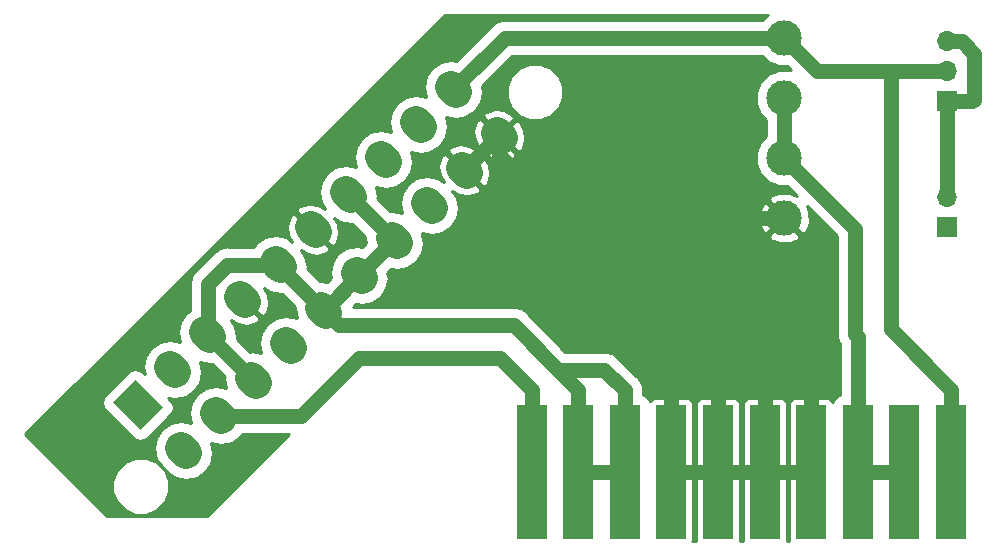
<source format=gbr>
G04 #@! TF.GenerationSoftware,KiCad,Pcbnew,5.0.0-fee4fd1~65~ubuntu17.10.1*
G04 #@! TF.CreationDate,2018-09-05T20:01:48-07:00*
G04 #@! TF.ProjectId,ATX2PCjr,4154583250436A722E6B696361645F70,rev?*
G04 #@! TF.SameCoordinates,Original*
G04 #@! TF.FileFunction,Copper,L1,Top,Signal*
G04 #@! TF.FilePolarity,Positive*
%FSLAX46Y46*%
G04 Gerber Fmt 4.6, Leading zero omitted, Abs format (unit mm)*
G04 Created by KiCad (PCBNEW 5.0.0-fee4fd1~65~ubuntu17.10.1) date Wed Sep  5 20:01:48 2018*
%MOMM*%
%LPD*%
G01*
G04 APERTURE LIST*
G04 #@! TA.AperFunction,ComponentPad*
%ADD10C,3.000000*%
G04 #@! TD*
G04 #@! TA.AperFunction,ComponentPad*
%ADD11C,2.700000*%
G04 #@! TD*
G04 #@! TA.AperFunction,Conductor*
%ADD12C,0.100000*%
G04 #@! TD*
G04 #@! TA.AperFunction,Conductor*
%ADD13C,2.700000*%
G04 #@! TD*
G04 #@! TA.AperFunction,SMDPad,CuDef*
%ADD14R,2.500000X11.320000*%
G04 #@! TD*
G04 #@! TA.AperFunction,ComponentPad*
%ADD15R,1.700000X1.700000*%
G04 #@! TD*
G04 #@! TA.AperFunction,ComponentPad*
%ADD16O,1.700000X1.700000*%
G04 #@! TD*
G04 #@! TA.AperFunction,ViaPad*
%ADD17C,1.016000*%
G04 #@! TD*
G04 #@! TA.AperFunction,Conductor*
%ADD18C,1.270000*%
G04 #@! TD*
G04 #@! TA.AperFunction,Conductor*
%ADD19C,0.254000*%
G04 #@! TD*
G04 APERTURE END LIST*
D10*
G04 #@! TO.P,J5,4*
G04 #@! TO.N,/+12V*
X130000000Y-52920000D03*
G04 #@! TO.P,J5,3*
G04 #@! TO.N,/GND*
X130000000Y-58000000D03*
G04 #@! TO.P,J5,2*
X130000000Y-63080000D03*
G04 #@! TO.P,J5,1*
G04 #@! TO.N,/+5V*
X130000000Y-68160000D03*
G04 #@! TD*
D11*
G04 #@! TO.P,J1,1*
G04 #@! TO.N,Net-(J1-Pad1)*
X75261670Y-83990307D03*
D12*
G04 #@! TD*
G04 #@! TO.N,Net-(J1-Pad1)*
G04 #@! TO.C,J1*
G36*
X75473802Y-86111627D02*
X73140350Y-83778175D01*
X75049538Y-81868987D01*
X77382990Y-84202439D01*
X75473802Y-86111627D01*
X75473802Y-86111627D01*
G37*
D11*
G04 #@! TO.P,J1,2*
G04 #@! TO.N,Net-(J1-Pad2)*
X78231518Y-81020459D03*
D13*
G04 #@! TD*
G04 #@! TO.N,Net-(J1-Pad2)*
G04 #@! TO.C,J1*
X78019386Y-80808327D02*
X78443650Y-81232591D01*
D11*
G04 #@! TO.P,J1,3*
G04 #@! TO.N,/GND*
X81201367Y-78050610D03*
D13*
G04 #@! TD*
G04 #@! TO.N,/GND*
G04 #@! TO.C,J1*
X80989235Y-77838478D02*
X81413499Y-78262742D01*
D11*
G04 #@! TO.P,J1,4*
G04 #@! TO.N,/+5V*
X84171215Y-75080762D03*
D13*
G04 #@! TD*
G04 #@! TO.N,/+5V*
G04 #@! TO.C,J1*
X83959083Y-74868630D02*
X84383347Y-75292894D01*
D11*
G04 #@! TO.P,J1,5*
G04 #@! TO.N,/GND*
X87141064Y-72110913D03*
D13*
G04 #@! TD*
G04 #@! TO.N,/GND*
G04 #@! TO.C,J1*
X86928932Y-71898781D02*
X87353196Y-72323045D01*
D11*
G04 #@! TO.P,J1,6*
G04 #@! TO.N,/+5V*
X90110912Y-69141065D03*
D13*
G04 #@! TD*
G04 #@! TO.N,/+5V*
G04 #@! TO.C,J1*
X89898780Y-68928933D02*
X90323044Y-69353197D01*
D11*
G04 #@! TO.P,J1,7*
G04 #@! TO.N,/GND*
X93080761Y-66171216D03*
D13*
G04 #@! TD*
G04 #@! TO.N,/GND*
G04 #@! TO.C,J1*
X92868629Y-65959084D02*
X93292893Y-66383348D01*
D11*
G04 #@! TO.P,J1,8*
G04 #@! TO.N,Net-(J1-Pad8)*
X96050609Y-63201368D03*
D13*
G04 #@! TD*
G04 #@! TO.N,Net-(J1-Pad8)*
G04 #@! TO.C,J1*
X95838477Y-62989236D02*
X96262741Y-63413500D01*
D11*
G04 #@! TO.P,J1,9*
G04 #@! TO.N,Net-(J1-Pad9)*
X99020458Y-60231519D03*
D13*
G04 #@! TD*
G04 #@! TO.N,Net-(J1-Pad9)*
G04 #@! TO.C,J1*
X98808326Y-60019387D02*
X99232590Y-60443651D01*
D11*
G04 #@! TO.P,J1,10*
G04 #@! TO.N,/+12V*
X101990306Y-57261671D03*
D13*
G04 #@! TD*
G04 #@! TO.N,/+12V*
G04 #@! TO.C,J1*
X101778174Y-57049539D02*
X102202438Y-57473803D01*
D11*
G04 #@! TO.P,J1,11*
G04 #@! TO.N,Net-(J1-Pad11)*
X79150757Y-87879394D03*
D13*
G04 #@! TD*
G04 #@! TO.N,Net-(J1-Pad11)*
G04 #@! TO.C,J1*
X78938625Y-87667262D02*
X79362889Y-88091526D01*
D11*
G04 #@! TO.P,J1,12*
G04 #@! TO.N,/-12V*
X82120606Y-84909546D03*
D13*
G04 #@! TD*
G04 #@! TO.N,/-12V*
G04 #@! TO.C,J1*
X81908474Y-84697414D02*
X82332738Y-85121678D01*
D11*
G04 #@! TO.P,J1,13*
G04 #@! TO.N,/GND*
X85090454Y-81939697D03*
D13*
G04 #@! TD*
G04 #@! TO.N,/GND*
G04 #@! TO.C,J1*
X84878322Y-81727565D02*
X85302586Y-82151829D01*
D11*
G04 #@! TO.P,J1,14*
G04 #@! TO.N,/PS-ON*
X88060303Y-78969849D03*
D13*
G04 #@! TD*
G04 #@! TO.N,/PS-ON*
G04 #@! TO.C,J1*
X87848171Y-78757717D02*
X88272435Y-79181981D01*
D11*
G04 #@! TO.P,J1,15*
G04 #@! TO.N,/GND*
X91030151Y-76000000D03*
D13*
G04 #@! TD*
G04 #@! TO.N,/GND*
G04 #@! TO.C,J1*
X90818019Y-75787868D02*
X91242283Y-76212132D01*
D11*
G04 #@! TO.P,J1,16*
G04 #@! TO.N,/GND*
X94000000Y-73030152D03*
D13*
G04 #@! TD*
G04 #@! TO.N,/GND*
G04 #@! TO.C,J1*
X93787868Y-72818020D02*
X94212132Y-73242284D01*
D11*
G04 #@! TO.P,J1,17*
G04 #@! TO.N,/GND*
X96969848Y-70060303D03*
D13*
G04 #@! TD*
G04 #@! TO.N,/GND*
G04 #@! TO.C,J1*
X96757716Y-69848171D02*
X97181980Y-70272435D01*
D11*
G04 #@! TO.P,J1,18*
G04 #@! TO.N,Net-(J1-Pad18)*
X99939697Y-67090455D03*
D13*
G04 #@! TD*
G04 #@! TO.N,Net-(J1-Pad18)*
G04 #@! TO.C,J1*
X99727565Y-66878323D02*
X100151829Y-67302587D01*
D11*
G04 #@! TO.P,J1,19*
G04 #@! TO.N,/+5V*
X102909545Y-64120606D03*
D13*
G04 #@! TD*
G04 #@! TO.N,/+5V*
G04 #@! TO.C,J1*
X102697413Y-63908474D02*
X103121677Y-64332738D01*
D11*
G04 #@! TO.P,J1,20*
G04 #@! TO.N,/+5V*
X105879394Y-61150758D03*
D13*
G04 #@! TD*
G04 #@! TO.N,/+5V*
G04 #@! TO.C,J1*
X105667262Y-60938626D02*
X106091526Y-61362890D01*
D14*
G04 #@! TO.P,J2,1*
G04 #@! TO.N,/-12V*
X108630000Y-89660000D03*
G04 #@! TO.P,J2,2*
G04 #@! TO.N,/GND*
X112570000Y-89660000D03*
G04 #@! TO.P,J2,3*
X116510000Y-89660000D03*
G04 #@! TO.P,J2,4*
G04 #@! TO.N,/+5V*
X120380000Y-89660000D03*
G04 #@! TO.P,J2,5*
X124380000Y-89660000D03*
G04 #@! TO.P,J2,6*
X128350000Y-89660000D03*
G04 #@! TO.P,J2,7*
X132290000Y-89660000D03*
G04 #@! TO.P,J2,8*
G04 #@! TO.N,/GND*
X136240000Y-89660000D03*
G04 #@! TO.P,J2,9*
X140180000Y-89660000D03*
G04 #@! TO.P,J2,10*
G04 #@! TO.N,/+12V*
X144130000Y-89660000D03*
G04 #@! TD*
D15*
G04 #@! TO.P,J3,1*
G04 #@! TO.N,/PS-ON*
X143810000Y-68950000D03*
D16*
G04 #@! TO.P,J3,2*
G04 #@! TO.N,/GND*
X143810000Y-66410000D03*
G04 #@! TD*
D15*
G04 #@! TO.P,J4,1*
G04 #@! TO.N,/GND*
X143810000Y-58270000D03*
D16*
G04 #@! TO.P,J4,2*
G04 #@! TO.N,/+12V*
X143810000Y-55730000D03*
G04 #@! TO.P,J4,3*
G04 #@! TO.N,/GND*
X143810000Y-53190000D03*
G04 #@! TD*
D17*
G04 #@! TO.N,/GND*
X136000000Y-78000000D03*
X107077436Y-77237436D03*
G04 #@! TD*
D18*
G04 #@! TO.N,/GND*
X81201367Y-78050610D02*
X85090454Y-81939697D01*
X87141064Y-72110913D02*
X91030151Y-76000000D01*
X91030152Y-76000000D02*
X94000000Y-73030152D01*
X91030151Y-76000000D02*
X91030152Y-76000000D01*
X94000000Y-73030151D02*
X96969848Y-70060303D01*
X94000000Y-73030152D02*
X94000000Y-73030151D01*
X96969848Y-70060303D02*
X93080761Y-66171216D01*
X85500727Y-72110913D02*
X87141064Y-72110913D01*
X82831940Y-72110913D02*
X85500727Y-72110913D01*
X81201367Y-73741486D02*
X82831940Y-72110913D01*
X81201367Y-78050610D02*
X81201367Y-73741486D01*
X112570000Y-82730000D02*
X112570000Y-89660000D01*
X92267587Y-77237436D02*
X107077436Y-77237436D01*
X91030151Y-76000000D02*
X92267587Y-77237436D01*
X116510000Y-82730000D02*
X114780000Y-81000000D01*
X114780000Y-81000000D02*
X110840000Y-81000000D01*
X116510000Y-89660000D02*
X116510000Y-82730000D01*
X107077436Y-77237436D02*
X110840000Y-81000000D01*
X110840000Y-81000000D02*
X112570000Y-82730000D01*
X112570000Y-89660000D02*
X116510000Y-89660000D01*
X136240000Y-89660000D02*
X140180000Y-89660000D01*
X136240000Y-89660000D02*
X136240000Y-78240000D01*
X143810000Y-66410000D02*
X143810000Y-58270000D01*
X145012081Y-53190000D02*
X143810000Y-53190000D01*
X146057001Y-54234920D02*
X145012081Y-53190000D01*
X146057001Y-58142999D02*
X146057001Y-54234920D01*
X145930000Y-58270000D02*
X146057001Y-58142999D01*
X143810000Y-58270000D02*
X145930000Y-58270000D01*
X130000000Y-58000000D02*
X130000000Y-63080000D01*
X136000000Y-78000000D02*
X136240000Y-78240000D01*
X136000000Y-69080000D02*
X136000000Y-78000000D01*
X130000000Y-63080000D02*
X136000000Y-69080000D01*
G04 #@! TO.N,/+5V*
X102909546Y-64120606D02*
X105879394Y-61150758D01*
X102909545Y-64120606D02*
X102909546Y-64120606D01*
X120380000Y-82730000D02*
X120380000Y-89660000D01*
X105879394Y-61150758D02*
X105879394Y-62791095D01*
X120380000Y-89660000D02*
X124380000Y-89660000D01*
X124380000Y-89660000D02*
X128350000Y-89660000D01*
X128350000Y-89660000D02*
X132290000Y-89660000D01*
X111248299Y-68160000D02*
X110088299Y-67000000D01*
X130000000Y-68160000D02*
X111248299Y-68160000D01*
X105879394Y-62791095D02*
X110088299Y-67000000D01*
X110088299Y-67000000D02*
X120380000Y-77291701D01*
X120380000Y-80010000D02*
X123190000Y-80010000D01*
X120380000Y-80010000D02*
X120380000Y-82730000D01*
X120380000Y-77291701D02*
X120380000Y-80010000D01*
X124380000Y-81200000D02*
X124380000Y-89660000D01*
X123190000Y-80010000D02*
X124380000Y-81200000D01*
X123190000Y-80010000D02*
X128270000Y-80010000D01*
X128350000Y-80090000D02*
X128350000Y-89660000D01*
X128270000Y-80010000D02*
X128350000Y-80090000D01*
X128270000Y-80010000D02*
X132080000Y-80010000D01*
X132290000Y-80220000D02*
X132290000Y-89660000D01*
X132080000Y-80010000D02*
X132290000Y-80220000D01*
G04 #@! TO.N,/+12V*
X106331977Y-52920000D02*
X130000000Y-52920000D01*
X101990306Y-57261671D02*
X106331977Y-52920000D01*
X130000000Y-52920000D02*
X132810000Y-55730000D01*
X139000000Y-77600000D02*
X139000000Y-55730000D01*
X144130000Y-82730000D02*
X139000000Y-77600000D01*
X144130000Y-89660000D02*
X144130000Y-82730000D01*
X132810000Y-55730000D02*
X139000000Y-55730000D01*
X139000000Y-55730000D02*
X143810000Y-55730000D01*
G04 #@! TO.N,/-12V*
X82120606Y-84909546D02*
X89090454Y-84909546D01*
X89090454Y-84909546D02*
X94000000Y-80000000D01*
X108630000Y-82730000D02*
X108630000Y-89660000D01*
X105900000Y-80000000D02*
X108630000Y-82730000D01*
X94000000Y-80000000D02*
X105900000Y-80000000D01*
G04 #@! TD*
D19*
G04 #@! TO.N,/+5V*
G36*
X128646740Y-54945296D02*
X129524798Y-55309000D01*
X130233739Y-55309000D01*
X130578544Y-55653806D01*
X130475202Y-55611000D01*
X129524798Y-55611000D01*
X128646740Y-55974704D01*
X127974704Y-56646740D01*
X127611000Y-57524798D01*
X127611000Y-58475202D01*
X127974704Y-59353260D01*
X128476000Y-59854556D01*
X128476001Y-61225443D01*
X127974704Y-61726740D01*
X127611000Y-62604798D01*
X127611000Y-63555202D01*
X127974704Y-64433260D01*
X128646740Y-65105296D01*
X129524798Y-65469000D01*
X130233739Y-65469000D01*
X131038755Y-66274016D01*
X130383813Y-66017277D01*
X129534613Y-66033503D01*
X128825418Y-66327261D01*
X128665635Y-66646030D01*
X130000000Y-67980395D01*
X130014143Y-67966253D01*
X130193748Y-68145858D01*
X130179605Y-68160000D01*
X131513970Y-69494365D01*
X131832739Y-69334582D01*
X132142723Y-68543813D01*
X132126497Y-67694613D01*
X131891134Y-67126395D01*
X134476000Y-69711262D01*
X134476001Y-77849904D01*
X134446145Y-78000000D01*
X134476001Y-78150097D01*
X134501419Y-78277881D01*
X134564425Y-78594635D01*
X134716001Y-78821485D01*
X134716001Y-83148086D01*
X134643130Y-83162581D01*
X134349067Y-83359067D01*
X134152581Y-83653130D01*
X134130215Y-83765570D01*
X134078327Y-83640301D01*
X133899698Y-83461673D01*
X133666309Y-83365000D01*
X132575750Y-83365000D01*
X132417000Y-83523750D01*
X132417000Y-89533000D01*
X132437000Y-89533000D01*
X132437000Y-89787000D01*
X132417000Y-89787000D01*
X132417000Y-89807000D01*
X132163000Y-89807000D01*
X132163000Y-89787000D01*
X130563750Y-89787000D01*
X130405000Y-89945750D01*
X130405000Y-95446310D01*
X130440080Y-95531000D01*
X130199920Y-95531000D01*
X130235000Y-95446310D01*
X130235000Y-89945750D01*
X130076250Y-89787000D01*
X128477000Y-89787000D01*
X128477000Y-89807000D01*
X128223000Y-89807000D01*
X128223000Y-89787000D01*
X126623750Y-89787000D01*
X126465000Y-89945750D01*
X126465000Y-95446310D01*
X126500080Y-95531000D01*
X126229920Y-95531000D01*
X126265000Y-95446310D01*
X126265000Y-89945750D01*
X126106250Y-89787000D01*
X124507000Y-89787000D01*
X124507000Y-89807000D01*
X124253000Y-89807000D01*
X124253000Y-89787000D01*
X122653750Y-89787000D01*
X122495000Y-89945750D01*
X122495000Y-95446310D01*
X122530080Y-95531000D01*
X122229920Y-95531000D01*
X122265000Y-95446310D01*
X122265000Y-89945750D01*
X122106250Y-89787000D01*
X120507000Y-89787000D01*
X120507000Y-89807000D01*
X120253000Y-89807000D01*
X120253000Y-89787000D01*
X120233000Y-89787000D01*
X120233000Y-89533000D01*
X120253000Y-89533000D01*
X120253000Y-83523750D01*
X120507000Y-83523750D01*
X120507000Y-89533000D01*
X122106250Y-89533000D01*
X122265000Y-89374250D01*
X122265000Y-83873690D01*
X122495000Y-83873690D01*
X122495000Y-89374250D01*
X122653750Y-89533000D01*
X124253000Y-89533000D01*
X124253000Y-83523750D01*
X124507000Y-83523750D01*
X124507000Y-89533000D01*
X126106250Y-89533000D01*
X126265000Y-89374250D01*
X126265000Y-83873690D01*
X126465000Y-83873690D01*
X126465000Y-89374250D01*
X126623750Y-89533000D01*
X128223000Y-89533000D01*
X128223000Y-83523750D01*
X128477000Y-83523750D01*
X128477000Y-89533000D01*
X130076250Y-89533000D01*
X130235000Y-89374250D01*
X130235000Y-83873690D01*
X130405000Y-83873690D01*
X130405000Y-89374250D01*
X130563750Y-89533000D01*
X132163000Y-89533000D01*
X132163000Y-83523750D01*
X132004250Y-83365000D01*
X130913691Y-83365000D01*
X130680302Y-83461673D01*
X130501673Y-83640301D01*
X130405000Y-83873690D01*
X130235000Y-83873690D01*
X130138327Y-83640301D01*
X129959698Y-83461673D01*
X129726309Y-83365000D01*
X128635750Y-83365000D01*
X128477000Y-83523750D01*
X128223000Y-83523750D01*
X128064250Y-83365000D01*
X126973691Y-83365000D01*
X126740302Y-83461673D01*
X126561673Y-83640301D01*
X126465000Y-83873690D01*
X126265000Y-83873690D01*
X126168327Y-83640301D01*
X125989698Y-83461673D01*
X125756309Y-83365000D01*
X124665750Y-83365000D01*
X124507000Y-83523750D01*
X124253000Y-83523750D01*
X124094250Y-83365000D01*
X123003691Y-83365000D01*
X122770302Y-83461673D01*
X122591673Y-83640301D01*
X122495000Y-83873690D01*
X122265000Y-83873690D01*
X122168327Y-83640301D01*
X121989698Y-83461673D01*
X121756309Y-83365000D01*
X120665750Y-83365000D01*
X120507000Y-83523750D01*
X120253000Y-83523750D01*
X120094250Y-83365000D01*
X119003691Y-83365000D01*
X118770302Y-83461673D01*
X118591673Y-83640301D01*
X118590592Y-83642912D01*
X118400933Y-83359067D01*
X118106870Y-83162581D01*
X118034000Y-83148086D01*
X118034000Y-82880091D01*
X118063855Y-82729999D01*
X118034000Y-82579907D01*
X118034000Y-82579903D01*
X117945576Y-82135365D01*
X117814835Y-81939697D01*
X117693765Y-81758503D01*
X117693764Y-81758502D01*
X117608742Y-81631258D01*
X117481498Y-81546236D01*
X115963765Y-80028504D01*
X115878742Y-79901258D01*
X115374635Y-79564424D01*
X114930097Y-79476000D01*
X114930092Y-79476000D01*
X114780000Y-79446145D01*
X114629908Y-79476000D01*
X111471262Y-79476000D01*
X108261201Y-76265940D01*
X108176178Y-76138694D01*
X107672071Y-75801860D01*
X107227533Y-75713436D01*
X107227528Y-75713436D01*
X107077436Y-75683581D01*
X106927344Y-75713436D01*
X93471977Y-75713436D01*
X93751826Y-75433587D01*
X94212132Y-75525148D01*
X95085746Y-75351375D01*
X95826360Y-74856512D01*
X96321223Y-74115898D01*
X96494996Y-73242284D01*
X96403435Y-72781977D01*
X96721674Y-72463738D01*
X97181980Y-72555299D01*
X98055594Y-72381526D01*
X98796208Y-71886663D01*
X99291071Y-71146049D01*
X99464844Y-70272435D01*
X99345802Y-69673970D01*
X128665635Y-69673970D01*
X128825418Y-69992739D01*
X129616187Y-70302723D01*
X130465387Y-70286497D01*
X131174582Y-69992739D01*
X131334365Y-69673970D01*
X130000000Y-68339605D01*
X128665635Y-69673970D01*
X99345802Y-69673970D01*
X99294263Y-69414870D01*
X100151829Y-69585451D01*
X101025443Y-69411678D01*
X101766057Y-68916815D01*
X102260920Y-68176201D01*
X102340487Y-67776187D01*
X127857277Y-67776187D01*
X127873503Y-68625387D01*
X128167261Y-69334582D01*
X128486030Y-69494365D01*
X129820395Y-68160000D01*
X128486030Y-66825635D01*
X128167261Y-66985418D01*
X127857277Y-67776187D01*
X102340487Y-67776187D01*
X102434693Y-67302587D01*
X102260920Y-66428973D01*
X101890971Y-65875306D01*
X101888572Y-65872907D01*
X102479383Y-66215239D01*
X103248677Y-66317737D01*
X103998636Y-66118038D01*
X104183295Y-66009995D01*
X104320102Y-65710768D01*
X102909545Y-64300211D01*
X102895403Y-64314354D01*
X102715797Y-64134748D01*
X102729940Y-64120606D01*
X103089150Y-64120606D01*
X104499707Y-65531163D01*
X104798934Y-65394356D01*
X104906977Y-65209697D01*
X105106676Y-64459738D01*
X105004178Y-63690444D01*
X104615087Y-63018934D01*
X104402955Y-62806802D01*
X103089150Y-64120606D01*
X102729940Y-64120606D01*
X101319383Y-62710049D01*
X101020156Y-62846856D01*
X100912113Y-63031515D01*
X100712414Y-63781474D01*
X100814912Y-64550768D01*
X101157244Y-65141579D01*
X101154846Y-65139181D01*
X100601179Y-64769233D01*
X99727565Y-64595459D01*
X98853951Y-64769233D01*
X98113337Y-65264095D01*
X97618475Y-66004709D01*
X97444701Y-66878323D01*
X97615283Y-67735889D01*
X96757716Y-67565307D01*
X96651284Y-67586478D01*
X95554586Y-66489780D01*
X95575757Y-66383348D01*
X95405176Y-65525783D01*
X96262741Y-65696364D01*
X97136355Y-65522591D01*
X97876969Y-65027728D01*
X98371832Y-64287114D01*
X98545605Y-63413500D01*
X98375024Y-62555934D01*
X99232590Y-62726515D01*
X100106204Y-62552742D01*
X100139575Y-62530444D01*
X101498988Y-62530444D01*
X102909545Y-63941001D01*
X104206377Y-62644168D01*
X104565590Y-62644168D01*
X104777722Y-62856300D01*
X105449232Y-63245391D01*
X106218526Y-63347889D01*
X106968485Y-63148190D01*
X107153144Y-63040147D01*
X107289951Y-62740920D01*
X105879394Y-61330363D01*
X104565590Y-62644168D01*
X104206377Y-62644168D01*
X104223349Y-62627196D01*
X104011217Y-62415064D01*
X103339707Y-62025973D01*
X102570413Y-61923475D01*
X101820454Y-62123174D01*
X101635795Y-62231217D01*
X101498988Y-62530444D01*
X100139575Y-62530444D01*
X100846818Y-62057879D01*
X101341681Y-61317265D01*
X101442259Y-60811626D01*
X103682263Y-60811626D01*
X103784761Y-61580920D01*
X104173852Y-62252430D01*
X104385984Y-62464562D01*
X105699789Y-61150758D01*
X106058999Y-61150758D01*
X107469556Y-62561315D01*
X107768783Y-62424508D01*
X107876826Y-62239849D01*
X108076525Y-61489890D01*
X107974027Y-60720596D01*
X107584936Y-60049086D01*
X107372804Y-59836954D01*
X106058999Y-61150758D01*
X105699789Y-61150758D01*
X104289232Y-59740201D01*
X103990005Y-59877008D01*
X103881962Y-60061667D01*
X103682263Y-60811626D01*
X101442259Y-60811626D01*
X101515454Y-60443651D01*
X101344873Y-59586086D01*
X102202438Y-59756667D01*
X103076052Y-59582894D01*
X103109423Y-59560596D01*
X104468837Y-59560596D01*
X105879394Y-60971153D01*
X107193198Y-59657348D01*
X106981066Y-59445216D01*
X106309556Y-59056125D01*
X105540262Y-58953627D01*
X104790303Y-59153326D01*
X104605644Y-59261369D01*
X104468837Y-59560596D01*
X103109423Y-59560596D01*
X103816666Y-59088031D01*
X104311529Y-58347417D01*
X104485302Y-57473803D01*
X104396405Y-57026885D01*
X106488526Y-57026885D01*
X106488526Y-57977289D01*
X106852230Y-58855347D01*
X107524266Y-59527383D01*
X108402324Y-59891087D01*
X109352728Y-59891087D01*
X110230786Y-59527383D01*
X110902822Y-58855347D01*
X111266526Y-57977289D01*
X111266526Y-57026885D01*
X110902822Y-56148827D01*
X110230786Y-55476791D01*
X109352728Y-55113087D01*
X108402324Y-55113087D01*
X107524266Y-55476791D01*
X106852230Y-56148827D01*
X106488526Y-57026885D01*
X104396405Y-57026885D01*
X104393741Y-57013497D01*
X106963239Y-54444000D01*
X128145444Y-54444000D01*
X128646740Y-54945296D01*
X128646740Y-54945296D01*
G37*
X128646740Y-54945296D02*
X129524798Y-55309000D01*
X130233739Y-55309000D01*
X130578544Y-55653806D01*
X130475202Y-55611000D01*
X129524798Y-55611000D01*
X128646740Y-55974704D01*
X127974704Y-56646740D01*
X127611000Y-57524798D01*
X127611000Y-58475202D01*
X127974704Y-59353260D01*
X128476000Y-59854556D01*
X128476001Y-61225443D01*
X127974704Y-61726740D01*
X127611000Y-62604798D01*
X127611000Y-63555202D01*
X127974704Y-64433260D01*
X128646740Y-65105296D01*
X129524798Y-65469000D01*
X130233739Y-65469000D01*
X131038755Y-66274016D01*
X130383813Y-66017277D01*
X129534613Y-66033503D01*
X128825418Y-66327261D01*
X128665635Y-66646030D01*
X130000000Y-67980395D01*
X130014143Y-67966253D01*
X130193748Y-68145858D01*
X130179605Y-68160000D01*
X131513970Y-69494365D01*
X131832739Y-69334582D01*
X132142723Y-68543813D01*
X132126497Y-67694613D01*
X131891134Y-67126395D01*
X134476000Y-69711262D01*
X134476001Y-77849904D01*
X134446145Y-78000000D01*
X134476001Y-78150097D01*
X134501419Y-78277881D01*
X134564425Y-78594635D01*
X134716001Y-78821485D01*
X134716001Y-83148086D01*
X134643130Y-83162581D01*
X134349067Y-83359067D01*
X134152581Y-83653130D01*
X134130215Y-83765570D01*
X134078327Y-83640301D01*
X133899698Y-83461673D01*
X133666309Y-83365000D01*
X132575750Y-83365000D01*
X132417000Y-83523750D01*
X132417000Y-89533000D01*
X132437000Y-89533000D01*
X132437000Y-89787000D01*
X132417000Y-89787000D01*
X132417000Y-89807000D01*
X132163000Y-89807000D01*
X132163000Y-89787000D01*
X130563750Y-89787000D01*
X130405000Y-89945750D01*
X130405000Y-95446310D01*
X130440080Y-95531000D01*
X130199920Y-95531000D01*
X130235000Y-95446310D01*
X130235000Y-89945750D01*
X130076250Y-89787000D01*
X128477000Y-89787000D01*
X128477000Y-89807000D01*
X128223000Y-89807000D01*
X128223000Y-89787000D01*
X126623750Y-89787000D01*
X126465000Y-89945750D01*
X126465000Y-95446310D01*
X126500080Y-95531000D01*
X126229920Y-95531000D01*
X126265000Y-95446310D01*
X126265000Y-89945750D01*
X126106250Y-89787000D01*
X124507000Y-89787000D01*
X124507000Y-89807000D01*
X124253000Y-89807000D01*
X124253000Y-89787000D01*
X122653750Y-89787000D01*
X122495000Y-89945750D01*
X122495000Y-95446310D01*
X122530080Y-95531000D01*
X122229920Y-95531000D01*
X122265000Y-95446310D01*
X122265000Y-89945750D01*
X122106250Y-89787000D01*
X120507000Y-89787000D01*
X120507000Y-89807000D01*
X120253000Y-89807000D01*
X120253000Y-89787000D01*
X120233000Y-89787000D01*
X120233000Y-89533000D01*
X120253000Y-89533000D01*
X120253000Y-83523750D01*
X120507000Y-83523750D01*
X120507000Y-89533000D01*
X122106250Y-89533000D01*
X122265000Y-89374250D01*
X122265000Y-83873690D01*
X122495000Y-83873690D01*
X122495000Y-89374250D01*
X122653750Y-89533000D01*
X124253000Y-89533000D01*
X124253000Y-83523750D01*
X124507000Y-83523750D01*
X124507000Y-89533000D01*
X126106250Y-89533000D01*
X126265000Y-89374250D01*
X126265000Y-83873690D01*
X126465000Y-83873690D01*
X126465000Y-89374250D01*
X126623750Y-89533000D01*
X128223000Y-89533000D01*
X128223000Y-83523750D01*
X128477000Y-83523750D01*
X128477000Y-89533000D01*
X130076250Y-89533000D01*
X130235000Y-89374250D01*
X130235000Y-83873690D01*
X130405000Y-83873690D01*
X130405000Y-89374250D01*
X130563750Y-89533000D01*
X132163000Y-89533000D01*
X132163000Y-83523750D01*
X132004250Y-83365000D01*
X130913691Y-83365000D01*
X130680302Y-83461673D01*
X130501673Y-83640301D01*
X130405000Y-83873690D01*
X130235000Y-83873690D01*
X130138327Y-83640301D01*
X129959698Y-83461673D01*
X129726309Y-83365000D01*
X128635750Y-83365000D01*
X128477000Y-83523750D01*
X128223000Y-83523750D01*
X128064250Y-83365000D01*
X126973691Y-83365000D01*
X126740302Y-83461673D01*
X126561673Y-83640301D01*
X126465000Y-83873690D01*
X126265000Y-83873690D01*
X126168327Y-83640301D01*
X125989698Y-83461673D01*
X125756309Y-83365000D01*
X124665750Y-83365000D01*
X124507000Y-83523750D01*
X124253000Y-83523750D01*
X124094250Y-83365000D01*
X123003691Y-83365000D01*
X122770302Y-83461673D01*
X122591673Y-83640301D01*
X122495000Y-83873690D01*
X122265000Y-83873690D01*
X122168327Y-83640301D01*
X121989698Y-83461673D01*
X121756309Y-83365000D01*
X120665750Y-83365000D01*
X120507000Y-83523750D01*
X120253000Y-83523750D01*
X120094250Y-83365000D01*
X119003691Y-83365000D01*
X118770302Y-83461673D01*
X118591673Y-83640301D01*
X118590592Y-83642912D01*
X118400933Y-83359067D01*
X118106870Y-83162581D01*
X118034000Y-83148086D01*
X118034000Y-82880091D01*
X118063855Y-82729999D01*
X118034000Y-82579907D01*
X118034000Y-82579903D01*
X117945576Y-82135365D01*
X117814835Y-81939697D01*
X117693765Y-81758503D01*
X117693764Y-81758502D01*
X117608742Y-81631258D01*
X117481498Y-81546236D01*
X115963765Y-80028504D01*
X115878742Y-79901258D01*
X115374635Y-79564424D01*
X114930097Y-79476000D01*
X114930092Y-79476000D01*
X114780000Y-79446145D01*
X114629908Y-79476000D01*
X111471262Y-79476000D01*
X108261201Y-76265940D01*
X108176178Y-76138694D01*
X107672071Y-75801860D01*
X107227533Y-75713436D01*
X107227528Y-75713436D01*
X107077436Y-75683581D01*
X106927344Y-75713436D01*
X93471977Y-75713436D01*
X93751826Y-75433587D01*
X94212132Y-75525148D01*
X95085746Y-75351375D01*
X95826360Y-74856512D01*
X96321223Y-74115898D01*
X96494996Y-73242284D01*
X96403435Y-72781977D01*
X96721674Y-72463738D01*
X97181980Y-72555299D01*
X98055594Y-72381526D01*
X98796208Y-71886663D01*
X99291071Y-71146049D01*
X99464844Y-70272435D01*
X99345802Y-69673970D01*
X128665635Y-69673970D01*
X128825418Y-69992739D01*
X129616187Y-70302723D01*
X130465387Y-70286497D01*
X131174582Y-69992739D01*
X131334365Y-69673970D01*
X130000000Y-68339605D01*
X128665635Y-69673970D01*
X99345802Y-69673970D01*
X99294263Y-69414870D01*
X100151829Y-69585451D01*
X101025443Y-69411678D01*
X101766057Y-68916815D01*
X102260920Y-68176201D01*
X102340487Y-67776187D01*
X127857277Y-67776187D01*
X127873503Y-68625387D01*
X128167261Y-69334582D01*
X128486030Y-69494365D01*
X129820395Y-68160000D01*
X128486030Y-66825635D01*
X128167261Y-66985418D01*
X127857277Y-67776187D01*
X102340487Y-67776187D01*
X102434693Y-67302587D01*
X102260920Y-66428973D01*
X101890971Y-65875306D01*
X101888572Y-65872907D01*
X102479383Y-66215239D01*
X103248677Y-66317737D01*
X103998636Y-66118038D01*
X104183295Y-66009995D01*
X104320102Y-65710768D01*
X102909545Y-64300211D01*
X102895403Y-64314354D01*
X102715797Y-64134748D01*
X102729940Y-64120606D01*
X103089150Y-64120606D01*
X104499707Y-65531163D01*
X104798934Y-65394356D01*
X104906977Y-65209697D01*
X105106676Y-64459738D01*
X105004178Y-63690444D01*
X104615087Y-63018934D01*
X104402955Y-62806802D01*
X103089150Y-64120606D01*
X102729940Y-64120606D01*
X101319383Y-62710049D01*
X101020156Y-62846856D01*
X100912113Y-63031515D01*
X100712414Y-63781474D01*
X100814912Y-64550768D01*
X101157244Y-65141579D01*
X101154846Y-65139181D01*
X100601179Y-64769233D01*
X99727565Y-64595459D01*
X98853951Y-64769233D01*
X98113337Y-65264095D01*
X97618475Y-66004709D01*
X97444701Y-66878323D01*
X97615283Y-67735889D01*
X96757716Y-67565307D01*
X96651284Y-67586478D01*
X95554586Y-66489780D01*
X95575757Y-66383348D01*
X95405176Y-65525783D01*
X96262741Y-65696364D01*
X97136355Y-65522591D01*
X97876969Y-65027728D01*
X98371832Y-64287114D01*
X98545605Y-63413500D01*
X98375024Y-62555934D01*
X99232590Y-62726515D01*
X100106204Y-62552742D01*
X100139575Y-62530444D01*
X101498988Y-62530444D01*
X102909545Y-63941001D01*
X104206377Y-62644168D01*
X104565590Y-62644168D01*
X104777722Y-62856300D01*
X105449232Y-63245391D01*
X106218526Y-63347889D01*
X106968485Y-63148190D01*
X107153144Y-63040147D01*
X107289951Y-62740920D01*
X105879394Y-61330363D01*
X104565590Y-62644168D01*
X104206377Y-62644168D01*
X104223349Y-62627196D01*
X104011217Y-62415064D01*
X103339707Y-62025973D01*
X102570413Y-61923475D01*
X101820454Y-62123174D01*
X101635795Y-62231217D01*
X101498988Y-62530444D01*
X100139575Y-62530444D01*
X100846818Y-62057879D01*
X101341681Y-61317265D01*
X101442259Y-60811626D01*
X103682263Y-60811626D01*
X103784761Y-61580920D01*
X104173852Y-62252430D01*
X104385984Y-62464562D01*
X105699789Y-61150758D01*
X106058999Y-61150758D01*
X107469556Y-62561315D01*
X107768783Y-62424508D01*
X107876826Y-62239849D01*
X108076525Y-61489890D01*
X107974027Y-60720596D01*
X107584936Y-60049086D01*
X107372804Y-59836954D01*
X106058999Y-61150758D01*
X105699789Y-61150758D01*
X104289232Y-59740201D01*
X103990005Y-59877008D01*
X103881962Y-60061667D01*
X103682263Y-60811626D01*
X101442259Y-60811626D01*
X101515454Y-60443651D01*
X101344873Y-59586086D01*
X102202438Y-59756667D01*
X103076052Y-59582894D01*
X103109423Y-59560596D01*
X104468837Y-59560596D01*
X105879394Y-60971153D01*
X107193198Y-59657348D01*
X106981066Y-59445216D01*
X106309556Y-59056125D01*
X105540262Y-58953627D01*
X104790303Y-59153326D01*
X104605644Y-59261369D01*
X104468837Y-59560596D01*
X103109423Y-59560596D01*
X103816666Y-59088031D01*
X104311529Y-58347417D01*
X104485302Y-57473803D01*
X104396405Y-57026885D01*
X106488526Y-57026885D01*
X106488526Y-57977289D01*
X106852230Y-58855347D01*
X107524266Y-59527383D01*
X108402324Y-59891087D01*
X109352728Y-59891087D01*
X110230786Y-59527383D01*
X110902822Y-58855347D01*
X111266526Y-57977289D01*
X111266526Y-57026885D01*
X110902822Y-56148827D01*
X110230786Y-55476791D01*
X109352728Y-55113087D01*
X108402324Y-55113087D01*
X107524266Y-55476791D01*
X106852230Y-56148827D01*
X106488526Y-57026885D01*
X104396405Y-57026885D01*
X104393741Y-57013497D01*
X106963239Y-54444000D01*
X128145444Y-54444000D01*
X128646740Y-54945296D01*
G36*
X128145444Y-51396000D02*
X106482068Y-51396000D01*
X106331976Y-51366145D01*
X106181884Y-51396000D01*
X106181880Y-51396000D01*
X105737342Y-51484424D01*
X105737340Y-51484425D01*
X105737341Y-51484425D01*
X105360480Y-51736235D01*
X105360479Y-51736236D01*
X105233235Y-51821258D01*
X105148213Y-51948502D01*
X102238480Y-54858236D01*
X101778174Y-54766675D01*
X100904560Y-54940449D01*
X100163946Y-55435311D01*
X99669084Y-56175925D01*
X99495310Y-57049539D01*
X99665892Y-57907105D01*
X98808326Y-57736523D01*
X97934712Y-57910297D01*
X97194098Y-58405159D01*
X96699236Y-59145773D01*
X96525462Y-60019387D01*
X96696044Y-60876954D01*
X95838477Y-60706372D01*
X94964863Y-60880146D01*
X94224249Y-61375008D01*
X93729387Y-62115622D01*
X93555613Y-62989236D01*
X93726195Y-63846802D01*
X92868629Y-63676220D01*
X91995015Y-63849994D01*
X91254401Y-64344856D01*
X90759539Y-65085470D01*
X90585765Y-65959084D01*
X90759539Y-66832698D01*
X91129487Y-67386365D01*
X91131887Y-67388765D01*
X90541074Y-67046432D01*
X89771780Y-66943934D01*
X89021821Y-67143633D01*
X88837162Y-67251676D01*
X88700355Y-67550903D01*
X90110912Y-68961460D01*
X90125055Y-68947318D01*
X90304660Y-69126923D01*
X90290517Y-69141065D01*
X91701074Y-70551622D01*
X92000301Y-70414815D01*
X92108344Y-70230156D01*
X92308043Y-69480197D01*
X92205545Y-68710903D01*
X91863212Y-68120090D01*
X91865612Y-68122490D01*
X92419279Y-68492439D01*
X93292893Y-68666212D01*
X93399325Y-68645041D01*
X94496023Y-69741739D01*
X94474852Y-69848171D01*
X94566413Y-70308476D01*
X94248173Y-70626717D01*
X93787868Y-70535156D01*
X92914254Y-70708930D01*
X92173640Y-71203792D01*
X91678778Y-71944406D01*
X91505004Y-72818020D01*
X91596565Y-73278325D01*
X91278325Y-73596565D01*
X90818019Y-73505004D01*
X90711587Y-73526175D01*
X89614889Y-72429477D01*
X89636060Y-72323045D01*
X89462287Y-71449431D01*
X89092338Y-70895764D01*
X89089942Y-70893368D01*
X89680750Y-71235698D01*
X90450044Y-71338196D01*
X91200003Y-71138497D01*
X91384662Y-71030454D01*
X91521469Y-70731227D01*
X90110912Y-69320670D01*
X90096770Y-69334813D01*
X89917165Y-69155208D01*
X89931307Y-69141065D01*
X88520750Y-67730508D01*
X88221523Y-67867315D01*
X88113480Y-68051974D01*
X87913781Y-68801933D01*
X88016279Y-69571227D01*
X88358609Y-70162035D01*
X88356213Y-70159639D01*
X87802546Y-69789691D01*
X86928932Y-69615917D01*
X86055318Y-69789691D01*
X85314704Y-70284553D01*
X85112674Y-70586913D01*
X82982031Y-70586913D01*
X82831939Y-70557058D01*
X82681847Y-70586913D01*
X82681843Y-70586913D01*
X82237305Y-70675337D01*
X82237303Y-70675338D01*
X82237304Y-70675338D01*
X81860443Y-70927148D01*
X81860442Y-70927149D01*
X81733198Y-71012171D01*
X81648176Y-71139415D01*
X80229869Y-72557723D01*
X80102626Y-72642744D01*
X80017604Y-72769988D01*
X80017602Y-72769990D01*
X79765792Y-73146851D01*
X79647512Y-73741486D01*
X79677368Y-73891582D01*
X79677367Y-76022219D01*
X79375007Y-76224250D01*
X78880145Y-76964864D01*
X78706371Y-77838478D01*
X78876953Y-78696045D01*
X78019386Y-78525463D01*
X77145772Y-78699237D01*
X76405158Y-79194099D01*
X75910296Y-79934713D01*
X75736522Y-80808327D01*
X75852177Y-81389760D01*
X75690471Y-81228054D01*
X75396408Y-81031568D01*
X75049538Y-80962571D01*
X74702668Y-81031568D01*
X74408605Y-81228054D01*
X72499417Y-83137242D01*
X72302931Y-83431305D01*
X72233934Y-83778175D01*
X72302931Y-84125045D01*
X72499417Y-84419108D01*
X74832869Y-86752560D01*
X75126932Y-86949046D01*
X75473802Y-87018043D01*
X75820672Y-86949046D01*
X76114735Y-86752560D01*
X78023923Y-84843372D01*
X78220409Y-84549309D01*
X78289406Y-84202439D01*
X78220409Y-83855569D01*
X78023923Y-83561506D01*
X77862218Y-83399801D01*
X78443650Y-83515455D01*
X79317264Y-83341682D01*
X80057878Y-82846819D01*
X80552741Y-82106205D01*
X80726514Y-81232591D01*
X80555933Y-80375025D01*
X81413499Y-80545606D01*
X81519931Y-80524435D01*
X82616629Y-81621133D01*
X82595458Y-81727565D01*
X82766040Y-82585132D01*
X81908474Y-82414550D01*
X81034860Y-82588324D01*
X80294246Y-83083186D01*
X79799384Y-83823800D01*
X79625610Y-84697414D01*
X79796192Y-85554980D01*
X78938625Y-85384398D01*
X78065011Y-85558172D01*
X77324397Y-86053034D01*
X76829535Y-86793648D01*
X76655761Y-87667262D01*
X76829535Y-88540876D01*
X77199483Y-89094543D01*
X77935608Y-89830668D01*
X78489275Y-90200617D01*
X79362889Y-90374390D01*
X80236503Y-90200617D01*
X80977117Y-89705754D01*
X81471980Y-88965140D01*
X81645753Y-88091526D01*
X81475172Y-87233961D01*
X82332738Y-87404542D01*
X83206352Y-87230769D01*
X83946966Y-86735906D01*
X84148997Y-86433546D01*
X88082363Y-86433546D01*
X81115910Y-93400000D01*
X72654638Y-93400000D01*
X69664821Y-90402325D01*
X73113086Y-90402325D01*
X73113086Y-91352729D01*
X73476790Y-92230787D01*
X74148826Y-92902823D01*
X75026884Y-93266527D01*
X75977288Y-93266527D01*
X76855346Y-92902823D01*
X77527382Y-92230787D01*
X77891086Y-91352729D01*
X77891086Y-90402325D01*
X77527382Y-89524267D01*
X76855346Y-88852231D01*
X75977288Y-88488527D01*
X75026884Y-88488527D01*
X74148826Y-88852231D01*
X73476790Y-89524267D01*
X73113086Y-90402325D01*
X69664821Y-90402325D01*
X65753432Y-86480658D01*
X101284092Y-50950000D01*
X128591444Y-50950000D01*
X128145444Y-51396000D01*
X128145444Y-51396000D01*
G37*
X128145444Y-51396000D02*
X106482068Y-51396000D01*
X106331976Y-51366145D01*
X106181884Y-51396000D01*
X106181880Y-51396000D01*
X105737342Y-51484424D01*
X105737340Y-51484425D01*
X105737341Y-51484425D01*
X105360480Y-51736235D01*
X105360479Y-51736236D01*
X105233235Y-51821258D01*
X105148213Y-51948502D01*
X102238480Y-54858236D01*
X101778174Y-54766675D01*
X100904560Y-54940449D01*
X100163946Y-55435311D01*
X99669084Y-56175925D01*
X99495310Y-57049539D01*
X99665892Y-57907105D01*
X98808326Y-57736523D01*
X97934712Y-57910297D01*
X97194098Y-58405159D01*
X96699236Y-59145773D01*
X96525462Y-60019387D01*
X96696044Y-60876954D01*
X95838477Y-60706372D01*
X94964863Y-60880146D01*
X94224249Y-61375008D01*
X93729387Y-62115622D01*
X93555613Y-62989236D01*
X93726195Y-63846802D01*
X92868629Y-63676220D01*
X91995015Y-63849994D01*
X91254401Y-64344856D01*
X90759539Y-65085470D01*
X90585765Y-65959084D01*
X90759539Y-66832698D01*
X91129487Y-67386365D01*
X91131887Y-67388765D01*
X90541074Y-67046432D01*
X89771780Y-66943934D01*
X89021821Y-67143633D01*
X88837162Y-67251676D01*
X88700355Y-67550903D01*
X90110912Y-68961460D01*
X90125055Y-68947318D01*
X90304660Y-69126923D01*
X90290517Y-69141065D01*
X91701074Y-70551622D01*
X92000301Y-70414815D01*
X92108344Y-70230156D01*
X92308043Y-69480197D01*
X92205545Y-68710903D01*
X91863212Y-68120090D01*
X91865612Y-68122490D01*
X92419279Y-68492439D01*
X93292893Y-68666212D01*
X93399325Y-68645041D01*
X94496023Y-69741739D01*
X94474852Y-69848171D01*
X94566413Y-70308476D01*
X94248173Y-70626717D01*
X93787868Y-70535156D01*
X92914254Y-70708930D01*
X92173640Y-71203792D01*
X91678778Y-71944406D01*
X91505004Y-72818020D01*
X91596565Y-73278325D01*
X91278325Y-73596565D01*
X90818019Y-73505004D01*
X90711587Y-73526175D01*
X89614889Y-72429477D01*
X89636060Y-72323045D01*
X89462287Y-71449431D01*
X89092338Y-70895764D01*
X89089942Y-70893368D01*
X89680750Y-71235698D01*
X90450044Y-71338196D01*
X91200003Y-71138497D01*
X91384662Y-71030454D01*
X91521469Y-70731227D01*
X90110912Y-69320670D01*
X90096770Y-69334813D01*
X89917165Y-69155208D01*
X89931307Y-69141065D01*
X88520750Y-67730508D01*
X88221523Y-67867315D01*
X88113480Y-68051974D01*
X87913781Y-68801933D01*
X88016279Y-69571227D01*
X88358609Y-70162035D01*
X88356213Y-70159639D01*
X87802546Y-69789691D01*
X86928932Y-69615917D01*
X86055318Y-69789691D01*
X85314704Y-70284553D01*
X85112674Y-70586913D01*
X82982031Y-70586913D01*
X82831939Y-70557058D01*
X82681847Y-70586913D01*
X82681843Y-70586913D01*
X82237305Y-70675337D01*
X82237303Y-70675338D01*
X82237304Y-70675338D01*
X81860443Y-70927148D01*
X81860442Y-70927149D01*
X81733198Y-71012171D01*
X81648176Y-71139415D01*
X80229869Y-72557723D01*
X80102626Y-72642744D01*
X80017604Y-72769988D01*
X80017602Y-72769990D01*
X79765792Y-73146851D01*
X79647512Y-73741486D01*
X79677368Y-73891582D01*
X79677367Y-76022219D01*
X79375007Y-76224250D01*
X78880145Y-76964864D01*
X78706371Y-77838478D01*
X78876953Y-78696045D01*
X78019386Y-78525463D01*
X77145772Y-78699237D01*
X76405158Y-79194099D01*
X75910296Y-79934713D01*
X75736522Y-80808327D01*
X75852177Y-81389760D01*
X75690471Y-81228054D01*
X75396408Y-81031568D01*
X75049538Y-80962571D01*
X74702668Y-81031568D01*
X74408605Y-81228054D01*
X72499417Y-83137242D01*
X72302931Y-83431305D01*
X72233934Y-83778175D01*
X72302931Y-84125045D01*
X72499417Y-84419108D01*
X74832869Y-86752560D01*
X75126932Y-86949046D01*
X75473802Y-87018043D01*
X75820672Y-86949046D01*
X76114735Y-86752560D01*
X78023923Y-84843372D01*
X78220409Y-84549309D01*
X78289406Y-84202439D01*
X78220409Y-83855569D01*
X78023923Y-83561506D01*
X77862218Y-83399801D01*
X78443650Y-83515455D01*
X79317264Y-83341682D01*
X80057878Y-82846819D01*
X80552741Y-82106205D01*
X80726514Y-81232591D01*
X80555933Y-80375025D01*
X81413499Y-80545606D01*
X81519931Y-80524435D01*
X82616629Y-81621133D01*
X82595458Y-81727565D01*
X82766040Y-82585132D01*
X81908474Y-82414550D01*
X81034860Y-82588324D01*
X80294246Y-83083186D01*
X79799384Y-83823800D01*
X79625610Y-84697414D01*
X79796192Y-85554980D01*
X78938625Y-85384398D01*
X78065011Y-85558172D01*
X77324397Y-86053034D01*
X76829535Y-86793648D01*
X76655761Y-87667262D01*
X76829535Y-88540876D01*
X77199483Y-89094543D01*
X77935608Y-89830668D01*
X78489275Y-90200617D01*
X79362889Y-90374390D01*
X80236503Y-90200617D01*
X80977117Y-89705754D01*
X81471980Y-88965140D01*
X81645753Y-88091526D01*
X81475172Y-87233961D01*
X82332738Y-87404542D01*
X83206352Y-87230769D01*
X83946966Y-86735906D01*
X84148997Y-86433546D01*
X88082363Y-86433546D01*
X81115910Y-93400000D01*
X72654638Y-93400000D01*
X69664821Y-90402325D01*
X73113086Y-90402325D01*
X73113086Y-91352729D01*
X73476790Y-92230787D01*
X74148826Y-92902823D01*
X75026884Y-93266527D01*
X75977288Y-93266527D01*
X76855346Y-92902823D01*
X77527382Y-92230787D01*
X77891086Y-91352729D01*
X77891086Y-90402325D01*
X77527382Y-89524267D01*
X76855346Y-88852231D01*
X75977288Y-88488527D01*
X75026884Y-88488527D01*
X74148826Y-88852231D01*
X73476790Y-89524267D01*
X73113086Y-90402325D01*
X69664821Y-90402325D01*
X65753432Y-86480658D01*
X101284092Y-50950000D01*
X128591444Y-50950000D01*
X128145444Y-51396000D01*
G36*
X85925915Y-74062187D02*
X86479582Y-74432136D01*
X87353196Y-74605909D01*
X87459628Y-74584738D01*
X88556326Y-75681436D01*
X88535155Y-75787868D01*
X88705737Y-76645435D01*
X87848171Y-76474853D01*
X86974557Y-76648627D01*
X86233943Y-77143489D01*
X85739081Y-77884103D01*
X85565307Y-78757717D01*
X85735889Y-79615283D01*
X84878322Y-79444701D01*
X84771890Y-79465872D01*
X83675192Y-78369174D01*
X83696363Y-78262742D01*
X83522590Y-77389128D01*
X83152641Y-76835461D01*
X83150245Y-76833065D01*
X83741053Y-77175395D01*
X84510347Y-77277893D01*
X85260306Y-77078194D01*
X85444965Y-76970151D01*
X85581772Y-76670924D01*
X84171215Y-75260367D01*
X84157073Y-75274510D01*
X83977467Y-75094904D01*
X83991610Y-75080762D01*
X83977468Y-75066620D01*
X84157073Y-74887015D01*
X84171215Y-74901157D01*
X84185357Y-74887014D01*
X84364963Y-75066620D01*
X84350820Y-75080762D01*
X85761377Y-76491319D01*
X86060604Y-76354512D01*
X86168647Y-76169853D01*
X86368346Y-75419894D01*
X86265848Y-74650600D01*
X85923515Y-74059787D01*
X85925915Y-74062187D01*
X85925915Y-74062187D01*
G37*
X85925915Y-74062187D02*
X86479582Y-74432136D01*
X87353196Y-74605909D01*
X87459628Y-74584738D01*
X88556326Y-75681436D01*
X88535155Y-75787868D01*
X88705737Y-76645435D01*
X87848171Y-76474853D01*
X86974557Y-76648627D01*
X86233943Y-77143489D01*
X85739081Y-77884103D01*
X85565307Y-78757717D01*
X85735889Y-79615283D01*
X84878322Y-79444701D01*
X84771890Y-79465872D01*
X83675192Y-78369174D01*
X83696363Y-78262742D01*
X83522590Y-77389128D01*
X83152641Y-76835461D01*
X83150245Y-76833065D01*
X83741053Y-77175395D01*
X84510347Y-77277893D01*
X85260306Y-77078194D01*
X85444965Y-76970151D01*
X85581772Y-76670924D01*
X84171215Y-75260367D01*
X84157073Y-75274510D01*
X83977467Y-75094904D01*
X83991610Y-75080762D01*
X83977468Y-75066620D01*
X84157073Y-74887015D01*
X84171215Y-74901157D01*
X84185357Y-74887014D01*
X84364963Y-75066620D01*
X84350820Y-75080762D01*
X85761377Y-76491319D01*
X86060604Y-76354512D01*
X86168647Y-76169853D01*
X86368346Y-75419894D01*
X86265848Y-74650600D01*
X85923515Y-74059787D01*
X85925915Y-74062187D01*
G04 #@! TD*
M02*

</source>
